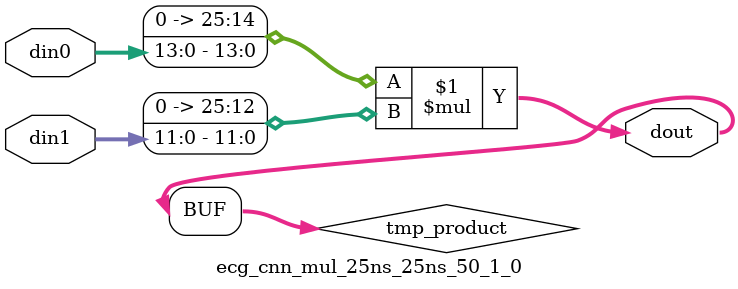
<source format=v>

`timescale 1 ns / 1 ps

 module ecg_cnn_mul_25ns_25ns_50_1_0(din0, din1, dout);
parameter ID = 1;
parameter NUM_STAGE = 0;
parameter din0_WIDTH = 14;
parameter din1_WIDTH = 12;
parameter dout_WIDTH = 26;

input [din0_WIDTH - 1 : 0] din0; 
input [din1_WIDTH - 1 : 0] din1; 
output [dout_WIDTH - 1 : 0] dout;

wire signed [dout_WIDTH - 1 : 0] tmp_product;
























assign tmp_product = $signed({1'b0, din0}) * $signed({1'b0, din1});











assign dout = tmp_product;





















endmodule

</source>
